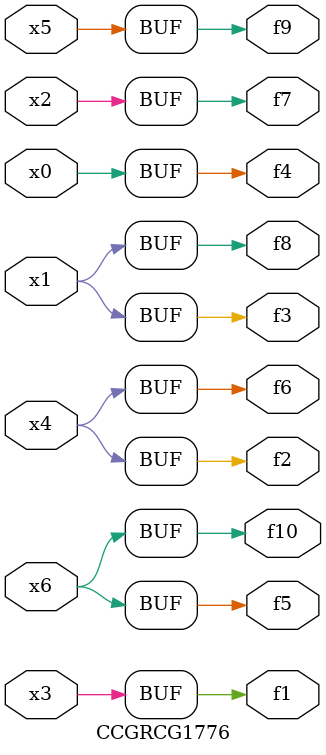
<source format=v>
module CCGRCG1776(
	input x0, x1, x2, x3, x4, x5, x6,
	output f1, f2, f3, f4, f5, f6, f7, f8, f9, f10
);
	assign f1 = x3;
	assign f2 = x4;
	assign f3 = x1;
	assign f4 = x0;
	assign f5 = x6;
	assign f6 = x4;
	assign f7 = x2;
	assign f8 = x1;
	assign f9 = x5;
	assign f10 = x6;
endmodule

</source>
